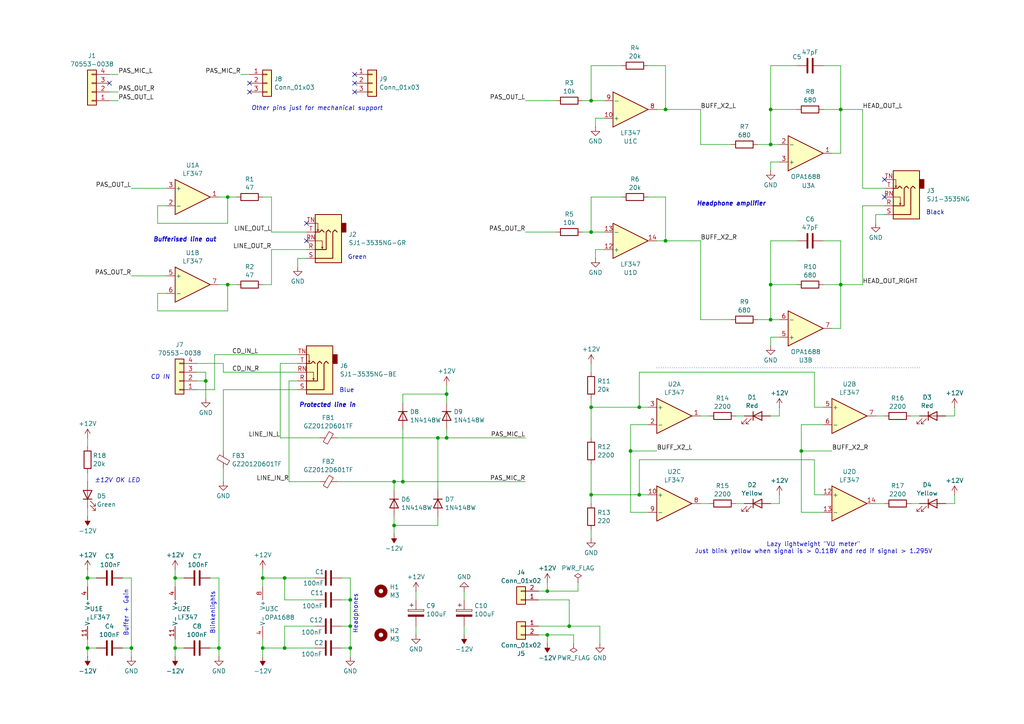
<source format=kicad_sch>
(kicad_sch (version 20231120) (generator "eeschema") (generator_version "8.0")
  (paper "A4")
  (title_block (title "NUBUSPAS16-DB") (date "2024-03-28") (rev "1.0") (company "Lostwave") (comment 1 "https://github.com/demik/oldworld") (comment 2 "https://68kmla.org/bb/index.php?threads/nubuspas16-db-a-daughterboard-hack-to-restore-some-functionality-of-a-standalone-mediavision-pas16.47076"))
  (junction (at 243.84 82.55))
  (junction (at 185.42 143.51))
  (junction (at 101.6 173.99))
  (junction (at 171.45 118.11))
  (junction (at 82.55 167.64))
  (junction (at 50.8 187.96))
  (junction (at 223.52 92.71))
  (junction (at 25.4 167.64))
  (junction (at 171.45 143.51))
  (junction (at 127 127))
  (junction (at 171.45 67.31))
  (junction (at 82.55 187.96))
  (junction (at 232.41 130.81))
  (junction (at 129.54 114.3))
  (junction (at 165.1 181.61))
  (junction (at 158.75 184.15))
  (junction (at 76.2 187.96))
  (junction (at 101.6 187.96))
  (junction (at 66.04 82.55))
  (junction (at 114.3 139.7))
  (junction (at 243.84 31.75))
  (junction (at 50.8 167.64))
  (junction (at 66.04 57.15))
  (junction (at 116.84 139.7))
  (junction (at 101.6 181.61))
  (junction (at 25.4 187.96))
  (junction (at 63.5 187.96))
  (junction (at 223.52 31.75))
  (junction (at 223.52 41.91))
  (junction (at 193.04 69.85))
  (junction (at 193.04 31.75))
  (junction (at 59.69 110.49))
  (junction (at 114.3 152.4))
  (junction (at 38.1 187.96))
  (junction (at 158.75 171.45))
  (junction (at 129.54 127))
  (junction (at 185.42 118.11))
  (junction (at 171.45 29.21))
  (junction (at 76.2 167.64))
  (junction (at 182.88 130.81))
  (junction (at 223.52 82.55))
  (no_connect (at 88.9 69.85))
  (no_connect (at 88.9 64.77))
  (no_connect (at 102.87 21.59))
  (no_connect (at 72.39 24.13))
  (no_connect (at 102.87 26.67))
  (no_connect (at 256.54 57.15))
  (no_connect (at 31.75 24.13))
  (no_connect (at 72.39 26.67))
  (no_connect (at 102.87 24.13))
  (no_connect (at 256.54 52.07))
  (wire (pts (xy 232.41 123.19) (xy 238.76 123.19)))
  (wire (pts (xy 219.71 92.71) (xy 223.52 92.71)))
  (wire (pts (xy 223.52 100.33) (xy 223.52 97.79)))
  (wire (pts (xy 171.45 143.51) (xy 185.42 143.51)))
  (wire (pts (xy 223.52 97.79) (xy 226.06 97.79)))
  (wire (pts (xy 129.54 114.3) (xy 129.54 116.84)))
  (wire (pts (xy 91.44 173.99) (xy 82.55 173.99)))
  (wire (pts (xy 82.55 173.99) (xy 82.55 167.64)))
  (wire (pts (xy 193.04 31.75) (xy 193.04 19.05)))
  (wire (pts (xy 185.42 143.51) (xy 187.96 143.51)))
  (wire (pts (xy 168.91 67.31) (xy 171.45 67.31)))
  (wire (pts (xy 38.1 190.5) (xy 38.1 187.96)))
  (wire (pts (xy 165.1 181.61) (xy 156.21 181.61)))
  (wire (pts (xy 243.84 82.55) (xy 238.76 82.55)))
  (wire (pts (xy 81.28 105.41) (xy 81.28 127)))
  (wire (pts (xy 101.6 173.99) (xy 101.6 181.61)))
  (wire (pts (xy 254 64.77) (xy 254 62.23)))
  (wire (pts (xy 50.8 187.96) (xy 53.34 187.96)))
  (wire (pts (xy 172.72 74.93) (xy 172.72 72.39)))
  (wire (pts (xy 185.42 107.95) (xy 236.22 107.95)))
  (wire (pts (xy 27.94 167.64) (xy 25.4 167.64)))
  (wire (pts (xy 101.6 181.61) (xy 101.6 187.96)))
  (wire (pts (xy 64.77 113.03) (xy 86.36 113.03)))
  (wire (pts (xy 129.54 127) (xy 152.4 127)))
  (wire (pts (xy 59.69 110.49) (xy 57.15 110.49)))
  (wire (pts (xy 83.82 110.49) (xy 83.82 139.7)))
  (wire (pts (xy 203.2 69.85) (xy 193.04 69.85)))
  (wire (pts (xy 236.22 143.51) (xy 238.76 143.51)))
  (wire (pts (xy 241.3 44.45) (xy 243.84 44.45)))
  (wire (pts (xy 158.75 184.15) (xy 156.21 184.15)))
  (wire (pts (xy 25.4 165.1) (xy 25.4 167.64)))
  (wire (pts (xy 243.84 82.55) (xy 250.19 82.55)))
  (wire (pts (xy 76.2 57.15) (xy 78.74 57.15)))
  (wire (pts (xy 31.75 26.67) (xy 34.29 26.67)))
  (wire (pts (xy 171.45 153.67) (xy 171.45 156.21)))
  (wire (pts (xy 116.84 116.84) (xy 116.84 114.3)))
  (wire (pts (xy 81.28 105.41) (xy 86.36 105.41)))
  (wire (pts (xy 76.2 167.64) (xy 82.55 167.64)))
  (wire (pts (xy 219.71 41.91) (xy 223.52 41.91)))
  (wire (pts (xy 238.76 31.75) (xy 243.84 31.75)))
  (wire (pts (xy 82.55 181.61) (xy 82.55 187.96)))
  (wire (pts (xy 64.77 105.41) (xy 64.77 107.95)))
  (wire (pts (xy 62.23 113.03) (xy 62.23 102.87)))
  (wire (pts (xy 254 146.05) (xy 256.54 146.05)))
  (wire (pts (xy 223.52 69.85) (xy 231.14 69.85)))
  (wire (pts (xy 173.99 181.61) (xy 165.1 181.61)))
  (wire (pts (xy 127 127) (xy 129.54 127)))
  (wire (pts (xy 114.3 139.7) (xy 114.3 142.24)))
  (wire (pts (xy 223.52 31.75) (xy 223.52 19.05)))
  (wire (pts (xy 171.45 29.21) (xy 171.45 19.05)))
  (wire (pts (xy 226.06 143.51) (xy 226.06 146.05)))
  (wire (pts (xy 50.8 167.64) (xy 50.8 170.18)))
  (wire (pts (xy 50.8 165.1) (xy 50.8 167.64)))
  (wire (pts (xy 193.04 19.05) (xy 187.96 19.05)))
  (wire (pts (xy 168.91 29.21) (xy 171.45 29.21)))
  (wire (pts (xy 171.45 19.05) (xy 180.34 19.05)))
  (wire (pts (xy 250.19 82.55) (xy 250.19 59.69)))
  (wire (pts (xy 193.04 69.85) (xy 190.5 69.85)))
  (wire (pts (xy 66.04 82.55) (xy 68.58 82.55)))
  (wire (pts (xy 243.84 82.55) (xy 243.84 69.85)))
  (wire (pts (xy 254 62.23) (xy 256.54 62.23)))
  (wire (pts (xy 254 120.65) (xy 256.54 120.65)))
  (wire (pts (xy 134.62 171.45) (xy 134.62 173.99)))
  (wire (pts (xy 171.45 115.57) (xy 171.45 118.11)))
  (wire (pts (xy 25.4 137.16) (xy 25.4 139.7)))
  (wire (pts (xy 120.65 171.45) (xy 120.65 173.99)))
  (wire (pts (xy 57.15 105.41) (xy 64.77 105.41)))
  (wire (pts (xy 185.42 143.51) (xy 185.42 133.35)))
  (wire (pts (xy 38.1 80.01) (xy 48.26 80.01)))
  (wire (pts (xy 62.23 102.87) (xy 86.36 102.87)))
  (wire (pts (xy 64.77 113.03) (xy 64.77 130.81)))
  (wire (pts (xy 171.45 134.62) (xy 171.45 143.51)))
  (wire (pts (xy 250.19 59.69) (xy 256.54 59.69)))
  (wire (pts (xy 187.96 57.15) (xy 193.04 57.15)))
  (wire (pts (xy 63.5 187.96) (xy 60.96 187.96)))
  (wire (pts (xy 158.75 186.69) (xy 158.75 184.15)))
  (wire (pts (xy 173.99 186.69) (xy 173.99 181.61)))
  (wire (pts (xy 45.72 85.09) (xy 45.72 90.17)))
  (wire (pts (xy 99.06 173.99) (xy 101.6 173.99)))
  (wire (pts (xy 203.2 31.75) (xy 193.04 31.75)))
  (wire (pts (xy 223.52 41.91) (xy 223.52 31.75)))
  (wire (pts (xy 114.3 139.7) (xy 116.84 139.7)))
  (wire (pts (xy 166.37 186.69) (xy 166.37 184.15)))
  (wire (pts (xy 250.19 54.61) (xy 250.19 31.75)))
  (wire (pts (xy 172.72 34.29) (xy 175.26 34.29)))
  (wire (pts (xy 31.75 21.59) (xy 34.29 21.59)))
  (wire (pts (xy 223.52 49.53) (xy 223.52 46.99)))
  (wire (pts (xy 203.2 120.65) (xy 205.74 120.65)))
  (wire (pts (xy 182.88 123.19) (xy 187.96 123.19)))
  (wire (pts (xy 127 127) (xy 127 142.24)))
  (wire (pts (xy 226.06 118.11) (xy 226.06 120.65)))
  (wire (pts (xy 171.45 118.11) (xy 185.42 118.11)))
  (wire (pts (xy 76.2 167.64) (xy 76.2 170.18)))
  (wire (pts (xy 63.5 167.64) (xy 63.5 187.96)))
  (wire (pts (xy 185.42 133.35) (xy 236.22 133.35)))
  (wire (pts (xy 156.21 173.99) (xy 165.1 173.99)))
  (wire (pts (xy 48.26 59.69) (xy 45.72 59.69)))
  (wire (pts (xy 172.72 36.83) (xy 172.72 34.29)))
  (wire (pts (xy 48.26 85.09) (xy 45.72 85.09)))
  (wire (pts (xy 158.75 171.45) (xy 167.64 171.45)))
  (wire (pts (xy 99.06 187.96) (xy 101.6 187.96)))
  (wire (pts (xy 134.62 181.61) (xy 134.62 184.15)))
  (wire (pts (xy 86.36 74.93) (xy 88.9 74.93)))
  (wire (pts (xy 276.86 146.05) (xy 276.86 143.51)))
  (wire (pts (xy 236.22 133.35) (xy 236.22 143.51)))
  (wire (pts (xy 25.4 167.64) (xy 25.4 170.18)))
  (wire (pts (xy 223.52 82.55) (xy 231.14 82.55)))
  (wire (pts (xy 116.84 124.46) (xy 116.84 139.7)))
  (wire (pts (xy 76.2 165.1) (xy 76.2 167.64)))
  (wire (pts (xy 182.88 148.59) (xy 182.88 130.81)))
  (wire (pts (xy 226.06 146.05) (xy 223.52 146.05)))
  (wire (pts (xy 50.8 185.42) (xy 50.8 187.96)))
  (wire (pts (xy 116.84 114.3) (xy 129.54 114.3)))
  (wire (pts (xy 101.6 167.64) (xy 101.6 173.99)))
  (wire (pts (xy 116.84 139.7) (xy 152.4 139.7)))
  (wire (pts (xy 50.8 167.64) (xy 53.34 167.64)))
  (wire (pts (xy 83.82 139.7) (xy 92.71 139.7)))
  (wire (pts (xy 203.2 41.91) (xy 203.2 31.75)))
  (wire (pts (xy 38.1 167.64) (xy 38.1 187.96)))
  (wire (pts (xy 129.54 111.76) (xy 129.54 114.3)))
  (wire (pts (xy 223.52 41.91) (xy 226.06 41.91)))
  (wire (pts (xy 101.6 190.5) (xy 101.6 187.96)))
  (polyline (pts (xy 190.5 106.68) (xy 266.7 106.68)) (stroke (width 0) (type dot)))
  (wire (pts (xy 276.86 120.65) (xy 276.86 118.11)))
  (wire (pts (xy 25.4 185.42) (xy 25.4 187.96)))
  (wire (pts (xy 59.69 107.95) (xy 59.69 110.49)))
  (wire (pts (xy 223.52 92.71) (xy 226.06 92.71)))
  (wire (pts (xy 274.32 120.65) (xy 276.86 120.65)))
  (wire (pts (xy 99.06 181.61) (xy 101.6 181.61)))
  (wire (pts (xy 250.19 31.75) (xy 243.84 31.75)))
  (wire (pts (xy 264.16 120.65) (xy 266.7 120.65)))
  (wire (pts (xy 45.72 64.77) (xy 66.04 64.77)))
  (wire (pts (xy 182.88 130.81) (xy 190.5 130.81)))
  (wire (pts (xy 114.3 152.4) (xy 127 152.4)))
  (wire (pts (xy 158.75 168.91) (xy 158.75 171.45)))
  (wire (pts (xy 243.84 69.85) (xy 238.76 69.85)))
  (wire (pts (xy 243.84 31.75) (xy 243.84 19.05)))
  (wire (pts (xy 223.52 46.99) (xy 226.06 46.99)))
  (wire (pts (xy 25.4 147.32) (xy 25.4 149.86)))
  (wire (pts (xy 152.4 29.21) (xy 161.29 29.21)))
  (wire (pts (xy 83.82 110.49) (xy 86.36 110.49)))
  (wire (pts (xy 171.45 57.15) (xy 180.34 57.15)))
  (wire (pts (xy 114.3 149.86) (xy 114.3 152.4)))
  (wire (pts (xy 38.1 167.64) (xy 35.56 167.64)))
  (wire (pts (xy 25.4 127) (xy 25.4 129.54)))
  (wire (pts (xy 91.44 181.61) (xy 82.55 181.61)))
  (wire (pts (xy 76.2 185.42) (xy 76.2 187.96)))
  (wire (pts (xy 171.45 118.11) (xy 171.45 127)))
  (wire (pts (xy 232.41 130.81) (xy 232.41 123.19)))
  (wire (pts (xy 152.4 67.31) (xy 161.29 67.31)))
  (wire (pts (xy 243.84 44.45) (xy 243.84 31.75)))
  (wire (pts (xy 45.72 59.69) (xy 45.72 64.77)))
  (wire (pts (xy 236.22 107.95) (xy 236.22 118.11)))
  (wire (pts (xy 171.45 67.31) (xy 171.45 57.15)))
  (wire (pts (xy 274.32 146.05) (xy 276.86 146.05)))
  (wire (pts (xy 203.2 146.05) (xy 205.74 146.05)))
  (wire (pts (xy 59.69 115.57) (xy 59.69 110.49)))
  (wire (pts (xy 64.77 107.95) (xy 86.36 107.95)))
  (wire (pts (xy 238.76 148.59) (xy 232.41 148.59)))
  (wire (pts (xy 25.4 187.96) (xy 25.4 190.5)))
  (wire (pts (xy 97.79 139.7) (xy 114.3 139.7)))
  (wire (pts (xy 81.28 127) (xy 92.71 127)))
  (wire (pts (xy 243.84 95.25) (xy 243.84 82.55)))
  (wire (pts (xy 232.41 130.81) (xy 241.3 130.81)))
  (wire (pts (xy 82.55 167.64) (xy 91.44 167.64)))
  (wire (pts (xy 223.52 31.75) (xy 231.14 31.75)))
  (wire (pts (xy 213.36 146.05) (xy 215.9 146.05)))
  (wire (pts (xy 185.42 118.11) (xy 185.42 107.95)))
  (wire (pts (xy 76.2 82.55) (xy 78.74 82.55)))
  (wire (pts (xy 226.06 120.65) (xy 223.52 120.65)))
  (wire (pts (xy 45.72 90.17) (xy 66.04 90.17)))
  (wire (pts (xy 120.65 181.61) (xy 120.65 184.15)))
  (wire (pts (xy 66.04 57.15) (xy 68.58 57.15)))
  (wire (pts (xy 190.5 31.75) (xy 193.04 31.75)))
  (wire (pts (xy 236.22 118.11) (xy 238.76 118.11)))
  (wire (pts (xy 63.5 190.5) (xy 63.5 187.96)))
  (wire (pts (xy 76.2 187.96) (xy 76.2 190.5)))
  (wire (pts (xy 171.45 143.51) (xy 171.45 146.05)))
  (wire (pts (xy 182.88 130.81) (xy 182.88 123.19)))
  (wire (pts (xy 193.04 57.15) (xy 193.04 69.85)))
  (wire (pts (xy 166.37 184.15) (xy 158.75 184.15)))
  (wire (pts (xy 66.04 57.15) (xy 63.5 57.15)))
  (wire (pts (xy 203.2 92.71) (xy 203.2 69.85)))
  (wire (pts (xy 127 152.4) (xy 127 149.86)))
  (wire (pts (xy 78.74 72.39) (xy 88.9 72.39)))
  (wire (pts (xy 57.15 107.95) (xy 59.69 107.95)))
  (wire (pts (xy 129.54 124.46) (xy 129.54 127)))
  (wire (pts (xy 243.84 19.05) (xy 238.76 19.05)))
  (wire (pts (xy 172.72 72.39) (xy 175.26 72.39)))
  (wire (pts (xy 213.36 120.65) (xy 215.9 120.65)))
  (wire (pts (xy 38.1 54.61) (xy 48.26 54.61)))
  (wire (pts (xy 31.75 29.21) (xy 34.29 29.21)))
  (wire (pts (xy 223.52 19.05) (xy 231.14 19.05)))
  (wire (pts (xy 78.74 67.31) (xy 88.9 67.31)))
  (wire (pts (xy 38.1 187.96) (xy 35.56 187.96)))
  (wire (pts (xy 223.52 82.55) (xy 223.52 69.85)))
  (wire (pts (xy 223.52 92.71) (xy 223.52 82.55)))
  (wire (pts (xy 63.5 167.64) (xy 60.96 167.64)))
  (wire (pts (xy 171.45 29.21) (xy 175.26 29.21)))
  (wire (pts (xy 156.21 171.45) (xy 158.75 171.45)))
  (wire (pts (xy 97.79 127) (xy 127 127)))
  (wire (pts (xy 256.54 54.61) (xy 250.19 54.61)))
  (wire (pts (xy 212.09 41.91) (xy 203.2 41.91)))
  (wire (pts (xy 27.94 187.96) (xy 25.4 187.96)))
  (wire (pts (xy 165.1 173.99) (xy 165.1 181.61)))
  (wire (pts (xy 264.16 146.05) (xy 266.7 146.05)))
  (wire (pts (xy 69.85 21.59) (xy 72.39 21.59)))
  (wire (pts (xy 82.55 187.96) (xy 76.2 187.96)))
  (wire (pts (xy 64.77 135.89) (xy 64.77 139.7)))
  (wire (pts (xy 57.15 113.03) (xy 62.23 113.03)))
  (wire (pts (xy 241.3 95.25) (xy 243.84 95.25)))
  (wire (pts (xy 99.06 167.64) (xy 101.6 167.64)))
  (wire (pts (xy 171.45 105.41) (xy 171.45 107.95)))
  (wire (pts (xy 232.41 148.59) (xy 232.41 130.81)))
  (wire (pts (xy 167.64 171.45) (xy 167.64 168.91)))
  (wire (pts (xy 66.04 64.77) (xy 66.04 57.15)))
  (wire (pts (xy 78.74 82.55) (xy 78.74 72.39)))
  (wire (pts (xy 212.09 92.71) (xy 203.2 92.71)))
  (wire (pts (xy 78.74 57.15) (xy 78.74 67.31)))
  (wire (pts (xy 185.42 118.11) (xy 187.96 118.11)))
  (wire (pts (xy 86.36 77.47) (xy 86.36 74.93)))
  (wire (pts (xy 187.96 148.59) (xy 182.88 148.59)))
  (wire (pts (xy 114.3 152.4) (xy 114.3 154.94)))
  (wire (pts (xy 91.44 187.96) (xy 82.55 187.96)))
  (wire (pts (xy 66.04 90.17) (xy 66.04 82.55)))
  (wire (pts (xy 50.8 187.96) (xy 50.8 190.5)))
  (wire (pts (xy 63.5 82.55) (xy 66.04 82.55)))
  (wire (pts (xy 171.45 67.31) (xy 175.26 67.31)))
  (text "±12V OK LED" (at 34.036 139.446 0) (effects (font (size 1.27 1.27) (italic yes))))
  (text "Black" (at 271.272 61.722 0) (effects (font (size 1.27 1.27))))
  (text "Bufferised line out" (at 53.594 69.596 0) (effects (font (size 1.27 1.27) (thickness 0.254) (bold yes) (italic yes))))
  (text "Other pins just for mechanical support" (at 91.948 31.496 0) (effects (font (size 1.27 1.27) (italic yes))))
  (text "Headphones" (at 103.124 178.054 90) (effects (font (size 1.27 1.27))))
  (text "Lazy lightweight \"VU meter\"\nJust blink yellow when signal is > 0.118V and red if signal > 1.295V" (at 235.966 159.004 0) (effects (font (size 1.27 1.27))))
  (text "Headphone amplifier" (at 212.09 59.182 0) (effects (font (size 1.27 1.27) (thickness 0.254) (bold yes) (italic yes))))
  (text "CD IN" (at 46.482 109.474 0) (effects (font (size 1.27 1.27) (italic yes))))
  (text "Protected line in" (at 94.996 117.602 0) (effects (font (size 1.27 1.27) (thickness 0.254) (bold yes) (italic yes))))
  (text "Green" (at 103.632 74.676 0) (effects (font (size 1.27 1.27))))
  (text "Blinkenlights" (at 61.722 177.8 90) (effects (font (size 1.27 1.27))))
  (text "Blue" (at 100.584 113.284 0) (effects (font (size 1.27 1.27))))
  (text "Buffer + Gain" (at 36.576 177.8 90) (effects (font (size 1.27 1.27))))
  (label "BUFF_X2_L" (at 190.5 130.81 0))
  (label "PAS_MIC_R" (at 69.85 21.59 180))
  (label "PAS_OUT_L" (at 152.4 29.21 180))
  (label "CD_IN_R" (at 67.31 107.95 0))
  (label "PAS_OUT_L" (at 38.1 54.61 180))
  (label "PAS_MIC_L" (at 152.4 127 180))
  (label "LINE_IN_L" (at 81.28 127 180))
  (label "PAS_OUT_L" (at 34.29 29.21 0))
  (label "BUFF_X2_L" (at 203.2 31.75 0))
  (label "LINE_OUT_R" (at 78.74 72.39 180))
  (label "LINE_OUT_L" (at 78.74 67.31 180))
  (label "CD_IN_L" (at 67.31 102.87 0))
  (label "LINE_IN_R" (at 83.82 139.7 180))
  (label "PAS_OUT_R" (at 34.29 26.67 0))
  (label "PAS_MIC_R" (at 152.4 139.7 180))
  (label "PAS_OUT_R" (at 152.4 67.31 180))
  (label "PAS_MIC_L" (at 34.29 21.59 0))
  (label "HEAD_OUT_L" (at 250.19 31.75 0))
  (label "BUFF_X2_R" (at 203.2 69.85 0))
  (label "PAS_OUT_R" (at 38.1 80.01 180))
  (label "HEAD_OUT_RIGHT" (at 250.19 82.55 0))
  (label "BUFF_X2_R" (at 241.3 130.81 0))
  (symbol (lib_id "power:+12V") (at 25.4 165.1 0) (unit 1)
    (property "Reference" "#PWR09" (effects (hide yes)))
    (property "Value" "+12V" (at 25.4 160.9669 0))
    (property "Description" "Power symbol creates a global label with name \"+12V\"" (effects (hide yes)))
  )
  (symbol (lib_id "Device:R") (at 72.39 57.15 90) (unit 1)
    (property "Reference" "R1" (at 72.39 51.9895 90))
    (property "Value" "47" (at 72.39 54.4138 90))
    (property "Footprint" "Resistor_SMD:R_0805_2012Metric" (effects (hide yes)))
    (property "Description" "Resistor" (effects (hide yes)))
    (property "LCSC Part #" "C17714" (effects (hide yes)))
    (property "Package" "0805" (effects (hide yes)))
  )
  (symbol (lib_id "power:-12V") (at 114.3 154.94 180) (unit 1)
    (property "Reference" "#PWR033" (effects (hide yes)))
    (property "Value" "-12V" (at 114.3 159.0731 0))
    (property "Description" "Power symbol creates a global label with name \"-12V\"" (effects (hide yes)))
  )
  (symbol (lib_id "Amplifier_Operational:TL074") (at 246.38 120.65 0) (unit 2)
    (property "Reference" "U2" (at 246.38 111.4255 0))
    (property "Value" "LF347" (at 246.38 113.8498 0))
    (property "Footprint" "Package_SO:SOIC-14_3.9x8.7mm_P1.27mm" (effects (hide yes)))
    (property "Datasheet" "http://www.ti.com/lit/ds/symlink/tl071.pdf" (effects (hide yes)))
    (property "Description" "Quad Low-Noise JFET-Input Operational Amplifiers, DIP-14/SOIC-14" (effects (hide yes)))
    (property "LCSC Part #" "C283322" (effects (hide yes)))
    (property "Package" "SOIC-14" (effects (hide yes)))
  )
  (symbol (lib_id "Mechanical:MountingHole") (at 110.49 184.15 0) (unit 1)
    (property "Reference" "H2" (at 113.03 182.9378 0) (effects (justify left)))
    (property "Value" "M3" (at 113.03 185.3621 0) (effects (justify left)))
    (property "Footprint" "MountingHole:MountingHole_3.2mm_M3" (effects (hide yes)))
    (property "Description" "Mounting Hole without connection" (effects (hide yes)))
  )
  (symbol (lib_id "power:GND") (at 171.45 156.21 0) (unit 1)
    (property "Reference" "#PWR013" (effects (hide yes)))
    (property "Value" "GND" (at 171.45 160.3431 0))
    (property "Description" "Power symbol creates a global label with name \"GND\" , ground" (effects (hide yes)))
  )
  (symbol (lib_id "power:+12V") (at 120.65 171.45 0) (unit 1)
    (property "Reference" "#PWR025" (effects (hide yes)))
    (property "Value" "+12V" (at 120.65 167.3169 0))
    (property "Description" "Power symbol creates a global label with name \"+12V\"" (effects (hide yes)))
  )
  (symbol (lib_id "Device:C_Polarized") (at 134.62 177.8 0) (unit 1)
    (property "Reference" "C10" (at 137.541 175.6988 0) (effects (justify left)))
    (property "Value" "100uF" (at 137.541 178.1231 0) (effects (justify left)))
    (property "Footprint" "Capacitor_THT:CP_Axial_L11.0mm_D8.0mm_P15.00mm_Horizontal" (effects (hide yes)))
    (property "Description" "Polarized capacitor" (effects (hide yes)))
  )
  (symbol (lib_id "power:-12V") (at 76.2 190.5 180) (unit 1)
    (property "Reference" "#PWR05" (effects (hide yes)))
    (property "Value" "-12V" (at 76.2 194.6331 0))
    (property "Description" "Power symbol creates a global label with name \"-12V\"" (effects (hide yes)))
  )
  (symbol (lib_id "Device:R") (at 234.95 82.55 90) (unit 1)
    (property "Reference" "R10" (at 234.95 77.3895 90))
    (property "Value" "680" (at 234.95 79.8138 90))
    (property "Footprint" "Resistor_SMD:R_0805_2012Metric" (effects (hide yes)))
    (property "Description" "Resistor" (effects (hide yes)))
    (property "LCSC Part #" "C17798" (effects (hide yes)))
    (property "Package" "0805" (effects (hide yes)))
  )
  (symbol (lib_id "Diode:1N4148W") (at 129.54 120.65 270) (unit 1)
    (property "Reference" "D9" (at 131.572 119.4378 90) (effects (justify left)))
    (property "Value" "1N4148W" (at 131.572 121.8621 90) (effects (justify left)))
    (property "Footprint" "Diode_SMD:D_SOD-123" (effects (hide yes)))
    (property "Datasheet" "https://www.vishay.com/docs/85748/1n4148w.pdf" (effects (hide yes)))
    (property "Description" "75V 0.15A Fast Switching Diode, SOD-123" (effects (hide yes)))
    (property "Sim.Device" "D" (effects (hide yes)))
    (property "Sim.Pins" "1=K 2=A" (effects (hide yes)))
    (property "LCSC Part #" "C81598" (effects (hide yes)))
    (property "Package" "SOD-123" (effects (hide yes)))
  )
  (symbol (lib_id "power:+12V") (at 25.4 127 0) (unit 1)
    (property "Reference" "#PWR028" (effects (hide yes)))
    (property "Value" "+12V" (at 25.4 122.8669 0))
    (property "Description" "Power symbol creates a global label with name \"+12V\"" (effects (hide yes)))
  )
  (symbol (lib_id "Amplifier_Operational:TL074") (at 182.88 69.85 0) (mirror x) (unit 4)
    (property "Reference" "U1" (at 182.88 79.0745 0))
    (property "Value" "LF347" (at 182.88 76.6502 0))
    (property "Footprint" "Package_SO:SOIC-14_3.9x8.7mm_P1.27mm" (effects (hide yes)))
    (property "Datasheet" "http://www.ti.com/lit/ds/symlink/tl071.pdf" (effects (hide yes)))
    (property "Description" "Quad Low-Noise JFET-Input Operational Amplifiers, DIP-14/SOIC-14" (effects (hide yes)))
    (property "LCSC Part #" "C283322" (effects (hide yes)))
    (property "Package" "SOIC-14" (effects (hide yes)))
  )
  (symbol (lib_id "Connector_Audio:AudioJack3_SwitchTR") (at 93.98 72.39 180) (unit 1)
    (property "Reference" "J2" (at 101.092 68.0028 0) (effects (justify right)))
    (property "Value" "SJ1-3535NG-GR" (at 101.092 70.4271 0) (effects (justify right)))
    (property "Footprint" "Connector_Audio:Jack_3.5mm_CUI_SJ1-3535NG_Horizontal" (effects (hide yes)))
    (property "Description" "Audio Jack, 3 Poles (Stereo / TRS), Switched TR Poles (Normalling)" (effects (hide yes)))
    (property "LCSC Part #" "C4992036" (effects (hide yes)))
    (property "Package" "-" (effects (hide yes)))
  )
  (symbol (lib_id "power:+12V") (at 129.54 111.76 0) (unit 1)
    (property "Reference" "#PWR034" (effects (hide yes)))
    (property "Value" "+12V" (at 129.54 107.6269 0))
    (property "Description" "Power symbol creates a global label with name \"+12V\"" (effects (hide yes)))
  )
  (symbol (lib_id "Connector_Generic:Conn_01x02") (at 151.13 173.99 180) (unit 1)
    (property "Reference" "J4" (at 151.13 166.0355 0))
    (property "Value" "Conn_01x02" (at 151.13 168.4598 0))
    (property "Footprint" "Connector_PinHeader_2.54mm:PinHeader_1x02_P2.54mm_Vertical" (effects (hide yes)))
    (property "Description" "Generic connector, single row, 01x02, script generated (kicad-library-utils/schlib/autogen/connector/)" (effects (hide yes)))
  )
  (symbol (lib_id "Device:LED") (at 270.51 146.05 0) (unit 1)
    (property "Reference" "D4" (at 268.9225 140.6355 0))
    (property "Value" "Yellow" (at 268.9225 143.0598 0))
    (property "Footprint" "LED_SMD:LED_0805_2012Metric" (effects (hide yes)))
    (property "Description" "Light emitting diode" (effects (hide yes)))
    (property "LCSC Part #" "C2296" (effects (hide yes)))
    (property "Package" "0805" (effects (hide yes)))
  )
  (symbol (lib_id "Amplifier_Operational:TL074") (at 195.58 120.65 0) (unit 1)
    (property "Reference" "U2" (at 195.58 111.4255 0))
    (property "Value" "LF347" (at 195.58 113.8498 0))
    (property "Footprint" "Package_SO:SOIC-14_3.9x8.7mm_P1.27mm" (effects (hide yes)))
    (property "Datasheet" "http://www.ti.com/lit/ds/symlink/tl071.pdf" (effects (hide yes)))
    (property "Description" "Quad Low-Noise JFET-Input Operational Amplifiers, DIP-14/SOIC-14" (effects (hide yes)))
    (property "LCSC Part #" "C283322" (effects (hide yes)))
    (property "Package" "SOIC-14" (effects (hide yes)))
  )
  (symbol (lib_id "Device:C") (at 31.75 167.64 90) (unit 1)
    (property "Reference" "C3" (at 31.75 161.3365 90))
    (property "Value" "100nF" (at 32.004 163.83 90))
    (property "Footprint" "Capacitor_SMD:C_0805_2012Metric" (effects (hide yes)))
    (property "Description" "Unpolarized capacitor" (effects (hide yes)))
    (property "LCSC Part #" "C49678" (effects (hide yes)))
    (property "Package" "0805" (effects (hide yes)))
  )
  (symbol (lib_id "Device:R") (at 184.15 57.15 90) (unit 1)
    (property "Reference" "R6" (at 184.15 51.9895 90))
    (property "Value" "20k" (at 184.15 54.4138 90))
    (property "Footprint" "Resistor_SMD:R_0805_2012Metric" (effects (hide yes)))
    (property "Description" "Resistor" (effects (hide yes)))
    (property "LCSC Part #" "C4328" (effects (hide yes)))
    (property "Package" "0805" (effects (hide yes)))
  )
  (symbol (lib_id "Device:C") (at 234.95 19.05 90) (unit 1)
    (property "Reference" "C5" (at 231.14 16.51 90))
    (property "Value" "47pF" (at 234.95 15.1708 90))
    (property "Footprint" "Capacitor_SMD:C_0805_2012Metric" (effects (hide yes)))
    (property "Description" "Unpolarized capacitor" (effects (hide yes)))
    (property "LCSC Part #" "C14857" (effects (hide yes)))
    (property "Package" "0805" (effects (hide yes)))
  )
  (symbol (lib_id "power:-12V") (at 25.4 190.5 180) (unit 1)
    (property "Reference" "#PWR02" (effects (hide yes)))
    (property "Value" "-12V" (at 25.4 194.6331 0))
    (property "Description" "Power symbol creates a global label with name \"-12V\"" (effects (hide yes)))
  )
  (symbol (lib_id "power:+12V") (at 171.45 105.41 0) (unit 1)
    (property "Reference" "#PWR012" (effects (hide yes)))
    (property "Value" "+12V" (at 171.45 101.2769 0))
    (property "Description" "Power symbol creates a global label with name \"+12V\"" (effects (hide yes)))
  )
  (symbol (lib_id "power:GND") (at 134.62 171.45 180) (unit 1)
    (property "Reference" "#PWR026" (effects (hide yes)))
    (property "Value" "GND" (at 134.62 167.3169 0))
    (property "Description" "Power symbol creates a global label with name \"GND\" , ground" (effects (hide yes)))
  )
  (symbol (lib_id "Device:C") (at 95.25 181.61 90) (unit 1)
    (property "Reference" "C12" (at 91.694 179.832 90))
    (property "Value" "100nF" (at 90.424 183.388 90))
    (property "Footprint" "Capacitor_SMD:C_0805_2012Metric" (effects (hide yes)))
    (property "Description" "Unpolarized capacitor" (effects (hide yes)))
    (property "LCSC Part #" "C49678" (effects (hide yes)))
    (property "Package" "0805" (effects (hide yes)))
  )
  (symbol (lib_id "power:+12V") (at 158.75 168.91 0) (unit 1)
    (property "Reference" "#PWR021" (effects (hide yes)))
    (property "Value" "+12V" (at 158.75 164.7769 0))
    (property "Description" "Power symbol creates a global label with name \"+12V\"" (effects (hide yes)))
  )
  (symbol (lib_id "Amplifier_Operational:TL074") (at 53.34 177.8 0) (unit 5)
    (property "Reference" "U2" (at 51.435 176.5878 0) (effects (justify left)))
    (property "Value" "LF347" (at 51.435 179.0121 0) (effects (justify left)))
    (property "Footprint" "Package_SO:SOIC-14_3.9x8.7mm_P1.27mm" (effects (hide yes)))
    (property "Datasheet" "http://www.ti.com/lit/ds/symlink/tl071.pdf" (effects (hide yes)))
    (property "Description" "Quad Low-Noise JFET-Input Operational Amplifiers, DIP-14/SOIC-14" (effects (hide yes)))
    (property "LCSC Part #" "C283322" (effects (hide yes)))
    (property "Package" "SOIC-14" (effects (hide yes)))
  )
  (symbol (lib_id "power:PWR_FLAG") (at 166.37 186.69 180) (unit 1)
    (property "Reference" "#FLG02" (effects (hide yes)))
    (property "Value" "PWR_FLAG" (at 166.37 190.8231 0))
    (property "Description" "Special symbol for telling ERC where power comes from" (effects (hide yes)))
  )
  (symbol (lib_id "power:GND") (at 101.6 190.5 0) (unit 1)
    (property "Reference" "#PWR06" (effects (hide yes)))
    (property "Value" "GND" (at 101.6 194.6331 0))
    (property "Description" "Power symbol creates a global label with name \"GND\" , ground" (effects (hide yes)))
  )
  (symbol (lib_id "Connector_Generic:Conn_01x03") (at 77.47 24.13 0) (unit 1)
    (property "Reference" "J8" (at 79.502 22.9178 0) (effects (justify left)))
    (property "Value" "Conn_01x03" (at 79.502 25.3421 0) (effects (justify left)))
    (property "Footprint" "Connector_PinHeader_2.54mm:PinHeader_1x03_P2.54mm_Vertical" (effects (hide yes)))
    (property "Description" "Generic connector, single row, 01x03, script generated (kicad-library-utils/schlib/autogen/connector/)" (effects (hide yes)))
  )
  (symbol (lib_id "power:GND") (at 223.52 100.33 0) (unit 1)
    (property "Reference" "#PWR011" (effects (hide yes)))
    (property "Value" "GND" (at 223.52 104.4631 0))
    (property "Description" "Power symbol creates a global label with name \"GND\" , ground" (effects (hide yes)))
  )
  (symbol (lib_id "power:GND") (at 63.5 190.5 0) (unit 1)
    (property "Reference" "#PWR018" (effects (hide yes)))
    (property "Value" "GND" (at 63.5 194.6331 0))
    (property "Description" "Power symbol creates a global label with name \"GND\" , ground" (effects (hide yes)))
  )
  (symbol (lib_id "Connector_Generic:Conn_01x02") (at 151.13 181.61 0) (mirror y) (unit 1)
    (property "Reference" "J5" (at 151.13 189.5645 0))
    (property "Value" "Conn_01x02" (at 151.13 187.1402 0))
    (property "Footprint" "Connector_PinHeader_2.54mm:PinHeader_1x02_P2.54mm_Vertical" (effects (hide yes)))
    (property "Description" "Generic connector, single row, 01x02, script generated (kicad-library-utils/schlib/autogen/connector/)" (effects (hide yes)))
  )
  (symbol (lib_id "power:-12V") (at 25.4 149.86 180) (unit 1)
    (property "Reference" "#PWR029" (effects (hide yes)))
    (property "Value" "-12V" (at 25.4 153.9931 0))
    (property "Description" "Power symbol creates a global label with name \"-12V\"" (effects (hide yes)))
  )
  (symbol (lib_id "power:+12V") (at 226.06 143.51 0) (unit 1)
    (property "Reference" "#PWR016" (effects (hide yes)))
    (property "Value" "+12V" (at 226.06 139.3769 0))
    (property "Description" "Power symbol creates a global label with name \"+12V\"" (effects (hide yes)))
  )
  (symbol (lib_id "Device:R") (at 171.45 149.86 0) (unit 1)
    (property "Reference" "R13" (at 173.228 148.6478 0) (effects (justify left)))
    (property "Value" "220" (at 173.228 151.0721 0) (effects (justify left)))
    (property "Footprint" "Resistor_SMD:R_0805_2012Metric" (effects (hide yes)))
    (property "Description" "Resistor" (effects (hide yes)))
    (property "LCSC Part #" "C17557" (effects (hide yes)))
    (property "Package" "0805" (effects (hide yes)))
  )
  (symbol (lib_id "Connector_Audio:AudioJack3_SwitchTR") (at 91.44 110.49 180) (unit 1)
    (property "Reference" "J6" (at 98.552 106.1028 0) (effects (justify right)))
    (property "Value" "SJ1-3535NG-BE" (at 98.552 108.5271 0) (effects (justify right)))
    (property "Footprint" "Connector_Audio:Jack_3.5mm_CUI_SJ1-3535NG_Horizontal" (effects (hide yes)))
    (property "Description" "Audio Jack, 3 Poles (Stereo / TRS), Switched TR Poles (Normalling)" (effects (hide yes)))
    (property "Package" "-" (effects (hide yes)))
  )
  (symbol (lib_id "power:-12V") (at 134.62 184.15 180) (unit 1)
    (property "Reference" "#PWR027" (effects (hide yes)))
    (property "Value" "-12V" (at 134.62 188.2831 0))
    (property "Description" "Power symbol creates a global label with name \"-12V\"" (effects (hide yes)))
  )
  (symbol (lib_id "Amplifier_Operational:TL074") (at 55.88 57.15 0) (unit 1)
    (property "Reference" "U1" (at 55.88 47.9255 0))
    (property "Value" "LF347" (at 55.88 50.3498 0))
    (property "Footprint" "Package_SO:SOIC-14_3.9x8.7mm_P1.27mm" (effects (hide yes)))
    (property "Datasheet" "http://www.ti.com/lit/ds/symlink/tl071.pdf" (effects (hide yes)))
    (property "Description" "Quad Low-Noise JFET-Input Operational Amplifiers, DIP-14/SOIC-14" (effects (hide yes)))
    (property "LCSC Part #" "C283322" (effects (hide yes)))
    (property "Package" "SOIC-14" (effects (hide yes)))
  )
  (symbol (lib_id "power:+12V") (at 226.06 118.11 0) (unit 1)
    (property "Reference" "#PWR017" (effects (hide yes)))
    (property "Value" "+12V" (at 226.06 113.9769 0))
    (property "Description" "Power symbol creates a global label with name \"+12V\"" (effects (hide yes)))
  )
  (symbol (lib_id "Amplifier_Operational:OPA2134") (at 233.68 44.45 0) (mirror x) (unit 1)
    (property "Reference" "U3" (at 234.442 53.848 0))
    (property "Value" "OPA1688" (at 233.68 51.2502 0))
    (property "Footprint" "Package_SO:SOIC-8_3.9x4.9mm_P1.27mm" (effects (hide yes)))
    (property "Datasheet" "http://www.ti.com/lit/ds/symlink/opa134.pdf" (effects (hide yes)))
    (property "Description" "Dual SoundPlus High Performance Audio Operational Amplifiers, DIP-8/SOIC-8" (effects (hide yes)))
    (property "LCSC Part #" "C544851" (effects (hide yes)))
    (property "Package" "SOIC-8" (effects (hide yes)))
  )
  (symbol (lib_id "Amplifier_Operational:TL074") (at 182.88 31.75 0) (mirror x) (unit 3)
    (property "Reference" "U1" (at 182.88 40.9745 0))
    (property "Value" "LF347" (at 182.88 38.5502 0))
    (property "Footprint" "Package_SO:SOIC-14_3.9x8.7mm_P1.27mm" (effects (hide yes)))
    (property "Datasheet" "http://www.ti.com/lit/ds/symlink/tl071.pdf" (effects (hide yes)))
    (property "Description" "Quad Low-Noise JFET-Input Operational Amplifiers, DIP-14/SOIC-14" (effects (hide yes)))
    (property "LCSC Part #" "C283322" (effects (hide yes)))
    (property "Package" "SOIC-14" (effects (hide yes)))
  )
  (symbol (lib_id "Device:R") (at 209.55 120.65 90) (unit 1)
    (property "Reference" "R14" (at 209.55 115.4895 90))
    (property "Value" "2200" (at 209.55 117.9138 90))
    (property "Footprint" "Resistor_SMD:R_0805_2012Metric" (effects (hide yes)))
    (property "Description" "Resistor" (effects (hide yes)))
    (property "LCSC Part #" "C17520" (effects (hide yes)))
    (property "Package" "0805" (effects (hide yes)))
  )
  (symbol (lib_id "Device:R") (at 72.39 82.55 90) (unit 1)
    (property "Reference" "R2" (at 72.39 77.3895 90))
    (property "Value" "47" (at 72.39 79.8138 90))
    (property "Footprint" "Resistor_SMD:R_0805_2012Metric" (effects (hide yes)))
    (property "Description" "Resistor" (effects (hide yes)))
    (property "LCSC Part #" "C17714" (effects (hide yes)))
    (property "Package" "0805" (effects (hide yes)))
  )
  (symbol (lib_id "Device:C") (at 57.15 187.96 90) (unit 1)
    (property "Reference" "C8" (at 57.15 181.6565 90))
    (property "Value" "100nF" (at 57.15 184.0808 90))
    (property "Footprint" "Capacitor_SMD:C_0805_2012Metric" (effects (hide yes)))
    (property "Description" "Unpolarized capacitor" (effects (hide yes)))
    (property "LCSC Part #" "C49678" (effects (hide yes)))
    (property "Package" "0805" (effects (hide yes)))
  )
  (symbol (lib_id "power:-12V") (at 50.8 190.5 180) (unit 1)
    (property "Reference" "#PWR020" (effects (hide yes)))
    (property "Value" "-12V" (at 50.8 194.6331 0))
    (property "Description" "Power symbol creates a global label with name \"-12V\"" (effects (hide yes)))
  )
  (symbol (lib_id "Connector_Audio:AudioJack3_SwitchTR") (at 261.62 59.69 180) (unit 1)
    (property "Reference" "J3" (at 268.732 55.3028 0) (effects (justify right)))
    (property "Value" "SJ1-3535NG" (at 268.732 57.7271 0) (effects (justify right)))
    (property "Footprint" "Connector_Audio:Jack_3.5mm_CUI_SJ1-3535NG_Horizontal" (effects (hide yes)))
    (property "Description" "Audio Jack, 3 Poles (Stereo / TRS), Switched TR Poles (Normalling)" (effects (hide yes)))
    (property "LCSC Part #" "C4991610" (effects (hide yes)))
    (property "Package" "-" (effects (hide yes)))
  )
  (symbol (lib_id "Device:R") (at 165.1 29.21 90) (unit 1)
    (property "Reference" "R3" (at 165.1 24.0495 90))
    (property "Value" "10k" (at 165.1 26.4738 90))
    (property "Footprint" "Resistor_SMD:R_0805_2012Metric" (effects (hide yes)))
    (property "Description" "Resistor" (effects (hide yes)))
    (property "LCSC Part #" "C17414" (effects (hide yes)))
    (property "Package" "0805" (effects (hide yes)))
  )
  (symbol (lib_id "Diode:1N4148W") (at 127 146.05 270) (unit 1)
    (property "Reference" "D7" (at 129.032 144.8378 90) (effects (justify left)))
    (property "Value" "1N4148W" (at 129.032 147.2621 90) (effects (justify left)))
    (property "Footprint" "Diode_SMD:D_SOD-123" (effects (hide yes)))
    (property "Datasheet" "https://www.vishay.com/docs/85748/1n4148w.pdf" (effects (hide yes)))
    (property "Description" "75V 0.15A Fast Switching Diode, SOD-123" (effects (hide yes)))
    (property "Sim.Device" "D" (effects (hide yes)))
    (property "Sim.Pins" "1=K 2=A" (effects (hide yes)))
    (property "LCSC Part #" "C81598" (effects (hide yes)))
    (property "Package" "SOD-123" (effects (hide yes)))
  )
  (symbol (lib_id "Connector_Generic:Conn_01x04") (at 26.67 26.67 180) (unit 1)
    (property "Reference" "J1" (at 26.67 16.1755 0))
    (property "Value" "70553-0038" (at 26.67 18.5998 0))
    (property "Footprint" "PAS16DB:0705530003" (effects (hide yes)))
    (property "Description" "Generic connector, single row, 01x04, script generated (kicad-library-utils/schlib/autogen/connector/)" (effects (hide yes)))
    (property "LCSC Part #" "C564148" (effects (hide yes)))
    (property "Package" "SMD,P=2.54mm" (effects (hide yes)))
  )
  (symbol (lib_id "Device:FerriteBead_Small") (at 64.77 133.35 180) (unit 1)
    (property "Reference" "FB3" (at 67.2338 132.1759 0) (effects (justify right)))
    (property "Value" "GZ2012D601TF" (at 67.2338 134.6002 0) (effects (justify right)))
    (property "Footprint" "Inductor_SMD:L_0805_2012Metric" (effects (hide yes)))
    (property "Description" "Ferrite bead, small symbol" (effects (hide yes)))
    (property "LCSC Part #" "C1017" (effects (hide yes)))
    (property "Package" "0805" (effects (hide yes)))
  )
  (symbol (lib_id "Device:R") (at 171.45 111.76 0) (unit 1)
    (property "Reference" "R11" (at 173.228 110.5478 0) (effects (justify left)))
    (property "Value" "20k" (at 173.228 112.9721 0) (effects (justify left)))
    (property "Footprint" "Resistor_SMD:R_0805_2012Metric" (effects (hide yes)))
    (property "Description" "Resistor" (effects (hide yes)))
    (property "LCSC Part #" "C4328" (effects (hide yes)))
    (property "Package" "0805" (effects (hide yes)))
  )
  (symbol (lib_id "Device:C") (at 31.75 187.96 90) (unit 1)
    (property "Reference" "C4" (at 31.75 181.6565 90))
    (property "Value" "100nF" (at 31.75 184.0808 90))
    (property "Footprint" "Capacitor_SMD:C_0805_2012Metric" (effects (hide yes)))
    (property "Description" "Unpolarized capacitor" (effects (hide yes)))
    (property "LCSC Part #" "C49678" (effects (hide yes)))
    (property "Package" "0805" (effects (hide yes)))
  )
  (symbol (lib_id "Device:C") (at 95.25 173.99 90) (unit 1)
    (property "Reference" "C11" (at 91.948 171.958 90))
    (property "Value" "100nF" (at 90.678 175.768 90))
    (property "Footprint" "Capacitor_SMD:C_0805_2012Metric" (effects (hide yes)))
    (property "Description" "Unpolarized capacitor" (effects (hide yes)))
    (property "LCSC Part #" "C49678" (effects (hide yes)))
    (property "Package" "0805" (effects (hide yes)))
  )
  (symbol (lib_id "Diode:1N4148W") (at 114.3 146.05 270) (unit 1)
    (property "Reference" "D6" (at 116.332 144.8378 90) (effects (justify left)))
    (property "Value" "1N4148W" (at 116.332 147.2621 90) (effects (justify left)))
    (property "Footprint" "Diode_SMD:D_SOD-123" (effects (hide yes)))
    (property "Datasheet" "https://www.vishay.com/docs/85748/1n4148w.pdf" (effects (hide yes)))
    (property "Description" "75V 0.15A Fast Switching Diode, SOD-123" (effects (hide yes)))
    (property "Sim.Device" "D" (effects (hide yes)))
    (property "Sim.Pins" "1=K 2=A" (effects (hide yes)))
    (property "LCSC Part #" "C81598" (effects (hide yes)))
    (property "Package" "SOD-123" (effects (hide yes)))
  )
  (symbol (lib_id "Device:R") (at 260.35 120.65 90) (unit 1)
    (property "Reference" "R16" (at 260.35 115.4895 90))
    (property "Value" "2200" (at 260.35 117.9138 90))
    (property "Footprint" "Resistor_SMD:R_0805_2012Metric" (effects (hide yes)))
    (property "Description" "Resistor" (effects (hide yes)))
    (property "LCSC Part #" "C17520" (effects (hide yes)))
    (property "Package" "0805" (effects (hide yes)))
  )
  (symbol (lib_id "Device:FerriteBead_Small") (at 95.25 127 90) (unit 1)
    (property "Reference" "FB1" (at 95.2119 121.1537 90))
    (property "Value" "GZ2012D601TF" (at 95.2119 123.578 90))
    (property "Footprint" "Inductor_SMD:L_0805_2012Metric" (effects (hide yes)))
    (property "Description" "Ferrite bead, small symbol" (effects (hide yes)))
    (property "LCSC Part #" "C1017" (effects (hide yes)))
    (property "Package" "0805" (effects (hide yes)))
  )
  (symbol (lib_id "power:GND") (at 38.1 190.5 0) (unit 1)
    (property "Reference" "#PWR01" (effects (hide yes)))
    (property "Value" "GND" (at 38.1 194.6331 0))
    (property "Description" "Power symbol creates a global label with name \"GND\" , ground" (effects (hide yes)))
  )
  (symbol (lib_id "Device:R") (at 234.95 31.75 90) (unit 1)
    (property "Reference" "R8" (at 234.95 26.5895 90))
    (property "Value" "680" (at 234.95 29.0138 90))
    (property "Footprint" "Resistor_SMD:R_0805_2012Metric" (effects (hide yes)))
    (property "Description" "Resistor" (effects (hide yes)))
    (property "LCSC Part #" "C17798" (effects (hide yes)))
    (property "Package" "0805" (effects (hide yes)))
  )
  (symbol (lib_id "Device:R") (at 215.9 41.91 90) (unit 1)
    (property "Reference" "R7" (at 215.9 36.7495 90))
    (property "Value" "680" (at 215.9 39.1738 90))
    (property "Footprint" "Resistor_SMD:R_0805_2012Metric" (effects (hide yes)))
    (property "Description" "Resistor" (effects (hide yes)))
    (property "LCSC Part #" "C17798" (effects (hide yes)))
    (property "Package" "0805" (effects (hide yes)))
  )
  (symbol (lib_id "power:-12V") (at 158.75 186.69 180) (unit 1)
    (property "Reference" "#PWR022" (effects (hide yes)))
    (property "Value" "-12V" (at 158.75 190.8231 0))
    (property "Description" "Power symbol creates a global label with name \"-12V\"" (effects (hide yes)))
  )
  (symbol (lib_id "power:+12V") (at 50.8 165.1 0) (unit 1)
    (property "Reference" "#PWR019" (effects (hide yes)))
    (property "Value" "+12V" (at 50.8 160.9669 0))
    (property "Description" "Power symbol creates a global label with name \"+12V\"" (effects (hide yes)))
  )
  (symbol (lib_id "Device:R") (at 165.1 67.31 90) (unit 1)
    (property "Reference" "R5" (at 165.1 62.1495 90))
    (property "Value" "10k" (at 165.1 64.5738 90))
    (property "Footprint" "Resistor_SMD:R_0805_2012Metric" (effects (hide yes)))
    (property "Description" "Resistor" (effects (hide yes)))
    (property "LCSC Part #" "C17414" (effects (hide yes)))
    (property "Package" "0805" (effects (hide yes)))
  )
  (symbol (lib_id "power:GND") (at 86.36 77.47 0) (unit 1)
    (property "Reference" "#PWR03" (effects (hide yes)))
    (property "Value" "GND" (at 86.36 81.6031 0))
    (property "Description" "Power symbol creates a global label with name \"GND\" , ground" (effects (hide yes)))
  )
  (symbol (lib_id "Mechanical:MountingHole") (at 110.49 171.45 0) (unit 1)
    (property "Reference" "H1" (at 113.03 170.2378 0) (effects (justify left)))
    (property "Value" "M3" (at 113.03 172.6621 0) (effects (justify left)))
    (property "Footprint" "MountingHole:MountingHole_3.2mm_M3" (effects (hide yes)))
    (property "Description" "Mounting Hole without connection" (effects (hide yes)))
  )
  (symbol (lib_id "power:+12V") (at 276.86 143.51 0) (unit 1)
    (property "Reference" "#PWR015" (effects (hide yes)))
    (property "Value" "+12V" (at 276.86 139.3769 0))
    (property "Description" "Power symbol creates a global label with name \"+12V\"" (effects (hide yes)))
  )
  (symbol (lib_id "power:GND") (at 173.99 186.69 0) (unit 1)
    (property "Reference" "#PWR023" (effects (hide yes)))
    (property "Value" "GND" (at 173.99 190.8231 0))
    (property "Description" "Power symbol creates a global label with name \"GND\" , ground" (effects (hide yes)))
  )
  (symbol (lib_id "Amplifier_Operational:OPA2134") (at 78.74 177.8 0) (unit 3)
    (property "Reference" "U3" (at 76.835 176.5878 0) (effects (justify left)))
    (property "Value" "OPA1688" (at 76.708 179.07 0) (effects (justify left)))
    (property "Footprint" "Package_SO:SOIC-8_3.9x4.9mm_P1.27mm" (effects (hide yes)))
    (property "Datasheet" "http://www.ti.com/lit/ds/symlink/opa134.pdf" (effects (hide yes)))
    (property "Description" "Dual SoundPlus High Performance Audio Operational Amplifiers, DIP-8/SOIC-8" (effects (hide yes)))
    (property "LCSC Part #" "C544851" (effects (hide yes)))
    (property "Package" "SOIC-8" (effects (hide yes)))
  )
  (symbol (lib_id "Amplifier_Operational:TL074") (at 27.94 177.8 0) (unit 5)
    (property "Reference" "U1" (at 26.035 176.5878 0) (effects (justify left)))
    (property "Value" "LF347" (at 26.035 179.0121 0) (effects (justify left)))
    (property "Footprint" "Package_SO:SOIC-14_3.9x8.7mm_P1.27mm" (effects (hide yes)))
    (property "Datasheet" "http://www.ti.com/lit/ds/symlink/tl071.pdf" (effects (hide yes)))
    (property "Description" "Quad Low-Noise JFET-Input Operational Amplifiers, DIP-14/SOIC-14" (effects (hide yes)))
    (property "LCSC Part #" "C283322" (effects (hide yes)))
    (property "Package" "SOIC-14" (effects (hide yes)))
  )
  (symbol (lib_id "Device:C") (at 95.25 167.64 90) (unit 1)
    (property "Reference" "C1" (at 92.71 165.862 90))
    (property "Value" "100nF" (at 90.932 169.164 90))
    (property "Footprint" "Capacitor_SMD:C_0805_2012Metric" (effects (hide yes)))
    (property "Description" "Unpolarized capacitor" (effects (hide yes)))
    (property "LCSC Part #" "C49678" (effects (hide yes)))
    (property "Package" "0805" (effects (hide yes)))
  )
  (symbol (lib_id "power:+12V") (at 76.2 165.1 0) (unit 1)
    (property "Reference" "#PWR04" (effects (hide yes)))
    (property "Value" "+12V" (at 76.2 160.9669 0))
    (property "Description" "Power symbol creates a global label with name \"+12V\"" (effects (hide yes)))
  )
  (symbol (lib_id "power:GND") (at 172.72 74.93 0) (unit 1)
    (property "Reference" "#PWR08" (effects (hide yes)))
    (property "Value" "GND" (at 172.72 79.0631 0))
    (property "Description" "Power symbol creates a global label with name \"GND\" , ground" (effects (hide yes)))
  )
  (symbol (lib_id "Connector_Generic:Conn_01x04") (at 52.07 110.49 180) (unit 1)
    (property "Reference" "J7" (at 52.07 99.9955 0))
    (property "Value" "70553-0038" (at 52.07 102.4198 0))
    (property "Footprint" "PAS16DB:0705530003" (effects (hide yes)))
    (property "Description" "Generic connector, single row, 01x04, script generated (kicad-library-utils/schlib/autogen/connector/)" (effects (hide yes)))
    (property "LCSC Part #" "C564148" (effects (hide yes)))
    (property "Package" "SMD,P=2.54mm" (effects (hide yes)))
  )
  (symbol (lib_id "Device:LED") (at 270.51 120.65 0) (unit 1)
    (property "Reference" "D3" (at 268.9225 115.2355 0))
    (property "Value" "Red" (at 268.9225 117.6598 0))
    (property "Footprint" "LED_SMD:LED_0805_2012Metric" (effects (hide yes)))
    (property "Description" "Light emitting diode" (effects (hide yes)))
    (property "LCSC Part #" "C84256" (effects (hide yes)))
    (property "Package" "0805" (effects (hide yes)))
  )
  (symbol (lib_id "Device:R") (at 184.15 19.05 90) (unit 1)
    (property "Reference" "R4" (at 184.15 13.8895 90))
    (property "Value" "20k" (at 184.15 16.3138 90))
    (property "Footprint" "Resistor_SMD:R_0805_2012Metric" (effects (hide yes)))
    (property "Description" "Resistor" (effects (hide yes)))
    (property "LCSC Part #" "C4328" (effects (hide yes)))
    (property "Package" "0805" (effects (hide yes)))
  )
  (symbol (lib_id "power:PWR_FLAG") (at 167.64 168.91 0) (unit 1)
    (property "Reference" "#FLG01" (effects (hide yes)))
    (property "Value" "PWR_FLAG" (at 167.64 164.7769 0))
    (property "Description" "Special symbol for telling ERC where power comes from" (effects (hide yes)))
  )
  (symbol (lib_id "power:GND") (at 254 64.77 0) (unit 1)
    (property "Reference" "#PWR030" (effects (hide yes)))
    (property "Value" "GND" (at 254 68.9031 0))
    (property "Description" "Power symbol creates a global label with name \"GND\" , ground" (effects (hide yes)))
  )
  (symbol (lib_id "power:GND") (at 59.69 115.57 0) (unit 1)
    (property "Reference" "#PWR031" (effects (hide yes)))
    (property "Value" "GND" (at 59.69 119.7031 0))
    (property "Description" "Power symbol creates a global label with name \"GND\" , ground" (effects (hide yes)))
  )
  (symbol (lib_id "Device:R") (at 215.9 92.71 90) (unit 1)
    (property "Reference" "R9" (at 215.9 87.5495 90))
    (property "Value" "680" (at 215.9 89.9738 90))
    (property "Footprint" "Resistor_SMD:R_0805_2012Metric" (effects (hide yes)))
    (property "Description" "Resistor" (effects (hide yes)))
    (property "LCSC Part #" "C17798" (effects (hide yes)))
    (property "Package" "0805" (effects (hide yes)))
  )
  (symbol (lib_id "Device:C") (at 57.15 167.64 90) (unit 1)
    (property "Reference" "C7" (at 57.15 161.3365 90))
    (property "Value" "100nF" (at 57.404 163.83 90))
    (property "Footprint" "Capacitor_SMD:C_0805_2012Metric" (effects (hide yes)))
    (property "Description" "Unpolarized capacitor" (effects (hide yes)))
    (property "LCSC Part #" "C49678" (effects (hide yes)))
    (property "Package" "0805" (effects (hide yes)))
  )
  (symbol (lib_id "power:GND") (at 172.72 36.83 0) (unit 1)
    (property "Reference" "#PWR07" (effects (hide yes)))
    (property "Value" "GND" (at 172.72 40.9631 0))
    (property "Description" "Power symbol creates a global label with name \"GND\" , ground" (effects (hide yes)))
  )
  (symbol (lib_id "power:GND") (at 64.77 139.7 0) (unit 1)
    (property "Reference" "#PWR032" (effects (hide yes)))
    (property "Value" "GND" (at 64.77 143.8331 0))
    (property "Description" "Power symbol creates a global label with name \"GND\" , ground" (effects (hide yes)))
  )
  (symbol (lib_id "Device:R") (at 171.45 130.81 0) (unit 1)
    (property "Reference" "R12" (at 173.228 129.5978 0) (effects (justify left)))
    (property "Value" "2200" (at 173.228 132.0221 0) (effects (justify left)))
    (property "Footprint" "Resistor_SMD:R_0805_2012Metric" (effects (hide yes)))
    (property "Description" "Resistor" (effects (hide yes)))
    (property "LCSC Part #" "C17520" (effects (hide yes)))
    (property "Package" "0805" (effects (hide yes)))
  )
  (symbol (lib_id "Amplifier_Operational:TL074") (at 246.38 146.05 0) (unit 4)
    (property "Reference" "U2" (at 246.38 136.8255 0))
    (property "Value" "LF347" (at 246.38 139.2498 0))
    (property "Footprint" "Package_SO:SOIC-14_3.9x8.7mm_P1.27mm" (effects (hide yes)))
    (property "Datasheet" "http://www.ti.com/lit/ds/symlink/tl071.pdf" (effects (hide yes)))
    (property "Description" "Quad Low-Noise JFET-Input Operational Amplifiers, DIP-14/SOIC-14" (effects (hide yes)))
    (property "LCSC Part #" "C283322" (effects (hide yes)))
    (property "Package" "SOIC-14" (effects (hide yes)))
  )
  (symbol (lib_id "Connector_Generic:Conn_01x03") (at 107.95 24.13 0) (unit 1)
    (property "Reference" "J9" (at 109.982 22.9178 0) (effects (justify left)))
    (property "Value" "Conn_01x03" (at 109.982 25.3421 0) (effects (justify left)))
    (property "Footprint" "Connector_PinHeader_2.54mm:PinHeader_1x03_P2.54mm_Vertical" (effects (hide yes)))
    (property "Description" "Generic connector, single row, 01x03, script generated (kicad-library-utils/schlib/autogen/connector/)" (effects (hide yes)))
  )
  (symbol (lib_id "Amplifier_Operational:TL074") (at 55.88 82.55 0) (unit 2)
    (property "Reference" "U1" (at 55.88 73.3255 0))
    (property "Value" "LF347" (at 55.88 75.7498 0))
    (property "Footprint" "Package_SO:SOIC-14_3.9x8.7mm_P1.27mm" (effects (hide yes)))
    (property "Datasheet" "http://www.ti.com/lit/ds/symlink/tl071.pdf" (effects (hide yes)))
    (property "Description" "Quad Low-Noise JFET-Input Operational Amplifiers, DIP-14/SOIC-14" (effects (hide yes)))
    (property "LCSC Part #" "C283322" (effects (hide yes)))
    (property "Package" "SOIC-14" (effects (hide yes)))
  )
  (symbol (lib_id "Device:R") (at 209.55 146.05 90) (unit 1)
    (property "Reference" "R15" (at 209.55 140.8895 90))
    (property "Value" "2200" (at 209.55 143.3138 90))
    (property "Footprint" "Resistor_SMD:R_0805_2012Metric" (effects (hide yes)))
    (property "Description" "Resistor" (effects (hide yes)))
    (property "LCSC Part #" "C17520" (effects (hide yes)))
    (property "Package" "0805" (effects (hide yes)))
  )
  (symbol (lib_id "Device:FerriteBead_Small") (at 95.25 139.7 90) (unit 1)
    (property "Reference" "FB2" (at 95.2119 133.8537 90))
    (property "Value" "GZ2012D601TF" (at 95.2119 136.278 90))
    (property "Footprint" "Inductor_SMD:L_0805_2012Metric" (effects (hide yes)))
    (property "Description" "Ferrite bead, small symbol" (effects (hide yes)))
    (property "LCSC Part #" "C1017" (effects (hide yes)))
    (property "Package" "0805" (effects (hide yes)))
  )
  (symbol (lib_id "Device:R") (at 25.4 133.35 0) (unit 1)
    (property "Reference" "R18" (at 26.924 132.1378 0) (effects (justify left)))
    (property "Value" "20k" (at 26.924 134.5621 0) (effects (justify left)))
    (property "Footprint" "Resistor_SMD:R_0805_2012Metric" (effects (hide yes)))
    (property "Description" "Resistor" (effects (hide yes)))
    (property "LCSC Part #" "C4328" (effects (hide yes)))
    (property "Package" "0805" (effects (hide yes)))
  )
  (symbol (lib_id "Device:R") (at 260.35 146.05 90) (unit 1)
    (property "Reference" "R17" (at 260.35 140.8895 90))
    (property "Value" "2200" (at 260.35 143.3138 90))
    (property "Footprint" "Resistor_SMD:R_0805_2012Metric" (effects (hide yes)))
    (property "Description" "Resistor" (effects (hide yes)))
    (property "LCSC Part #" "C17520" (effects (hide yes)))
    (property "Package" "0805" (effects (hide yes)))
  )
  (symbol (lib_id "Device:LED") (at 219.71 146.05 0) (unit 1)
    (property "Reference" "D2" (at 218.1225 140.6355 0))
    (property "Value" "Yellow" (at 218.1225 143.0598 0))
    (property "Footprint" "LED_SMD:LED_0805_2012Metric" (effects (hide yes)))
    (property "Description" "Light emitting diode" (effects (hide yes)))
    (property "LCSC Part #" "C2296" (effects (hide yes)))
    (property "Package" "0805" (effects (hide yes)))
  )
  (symbol (lib_id "power:GND") (at 223.52 49.53 0) (unit 1)
    (property "Reference" "#PWR010" (effects (hide yes)))
    (property "Value" "GND" (at 223.52 53.6631 0))
    (property "Description" "Power symbol creates a global label with name \"GND\" , ground" (effects (hide yes)))
  )
  (symbol (lib_id "Amplifier_Operational:TL074") (at 195.58 146.05 0) (unit 3)
    (property "Reference" "U2" (at 195.58 136.8255 0))
    (property "Value" "LF347" (at 195.58 139.2498 0))
    (property "Footprint" "Package_SO:SOIC-14_3.9x8.7mm_P1.27mm" (effects (hide yes)))
    (property "Datasheet" "http://www.ti.com/lit/ds/symlink/tl071.pdf" (effects (hide yes)))
    (property "Description" "Quad Low-Noise JFET-Input Operational Amplifiers, DIP-14/SOIC-14" (effects (hide yes)))
    (property "LCSC Part #" "C283322" (effects (hide yes)))
    (property "Package" "SOIC-14" (effects (hide yes)))
  )
  (symbol (lib_id "Amplifier_Operational:OPA2134") (at 233.68 95.25 0) (mirror x) (unit 2)
    (property "Reference" "U3" (at 233.68 104.4745 0))
    (property "Value" "OPA1688" (at 233.68 102.0502 0))
    (property "Footprint" "Package_SO:SOIC-8_3.9x4.9mm_P1.27mm" (effects (hide yes)))
    (property "Datasheet" "http://www.ti.com/lit/ds/symlink/opa134.pdf" (effects (hide yes)))
    (property "Description" "Dual SoundPlus High Performance Audio Operational Amplifiers, DIP-8/SOIC-8" (effects (hide yes)))
    (property "LCSC Part #" "C544851" (effects (hide yes)))
    (property "Package" "SOIC-8" (effects (hide yes)))
  )
  (symbol (lib_id "Device:C_Polarized") (at 120.65 177.8 0) (unit 1)
    (property "Reference" "C9" (at 123.571 175.6988 0) (effects (justify left)))
    (property "Value" "100uF" (at 123.571 178.1231 0) (effects (justify left)))
    (property "Footprint" "Capacitor_THT:CP_Axial_L11.0mm_D8.0mm_P15.00mm_Horizontal" (effects (hide yes)))
    (property "Description" "Polarized capacitor" (effects (hide yes)))
  )
  (symbol (lib_id "power:+12V") (at 276.86 118.11 0) (unit 1)
    (property "Reference" "#PWR014" (effects (hide yes)))
    (property "Value" "+12V" (at 276.86 113.9769 0))
    (property "Description" "Power symbol creates a global label with name \"+12V\"" (effects (hide yes)))
  )
  (symbol (lib_id "Device:LED") (at 219.71 120.65 0) (unit 1)
    (property "Reference" "D1" (at 218.1225 115.2355 0))
    (property "Value" "Red" (at 218.1225 117.6598 0))
    (property "Footprint" "LED_SMD:LED_0805_2012Metric" (effects (hide yes)))
    (property "Description" "Light emitting diode" (effects (hide yes)))
    (property "LCSC Part #" "C84256" (effects (hide yes)))
    (property "Package" "0805" (effects (hide yes)))
  )
  (symbol (lib_id "Diode:1N4148W") (at 116.84 120.65 270) (unit 1)
    (property "Reference" "D8" (at 118.872 119.4378 90) (effects (justify left)))
    (property "Value" "1N4148W" (at 118.872 121.8621 90) (effects (justify left)))
    (property "Footprint" "Diode_SMD:D_SOD-123" (effects (hide yes)))
    (property "Datasheet" "https://www.vishay.com/docs/85748/1n4148w.pdf" (effects (hide yes)))
    (property "Description" "75V 0.15A Fast Switching Diode, SOD-123" (effects (hide yes)))
    (property "Sim.Device" "D" (effects (hide yes)))
    (property "Sim.Pins" "1=K 2=A" (effects (hide yes)))
    (property "LCSC Part #" "C81598" (effects (hide yes)))
    (property "Package" "SOD-123" (effects (hide yes)))
  )
  (symbol (lib_id "Device:LED") (at 25.4 143.51 90) (unit 1)
    (property "Reference" "D5" (at 28.067 143.8853 90) (effects (justify right)))
    (property "Value" "Green" (at 28.067 146.3096 90) (effects (justify right)))
    (property "Footprint" "LED_SMD:LED_0805_2012Metric" (effects (hide yes)))
    (property "Description" "Light emitting diode" (effects (hide yes)))
    (property "LCSC Part #" "C2297" (effects (hide yes)))
    (property "Package" "0805" (effects (hide yes)))
  )
  (symbol (lib_id "Device:C") (at 234.95 69.85 90) (unit 1)
    (property "Reference" "C6" (at 234.95 63.5465 90))
    (property "Value" "47pF" (at 234.95 65.9708 90))
    (property "Footprint" "Capacitor_SMD:C_0805_2012Metric" (effects (hide yes)))
    (property "Description" "Unpolarized capacitor" (effects (hide yes)))
    (property "LCSC Part #" "C14857" (effects (hide yes)))
    (property "Package" "0805" (effects (hide yes)))
  )
  (symbol (lib_id "power:GND") (at 120.65 184.15 0) (unit 1)
    (property "Reference" "#PWR024" (effects (hide yes)))
    (property "Value" "GND" (at 120.65 188.2831 0))
    (property "Description" "Power symbol creates a global label with name \"GND\" , ground" (effects (hide yes)))
  )
  (symbol (lib_id "Device:C") (at 95.25 187.96 90) (unit 1)
    (property "Reference" "C2" (at 92.456 186.436 90))
    (property "Value" "100nF" (at 90.424 189.738 90))
    (property "Footprint" "Capacitor_SMD:C_0805_2012Metric" (effects (hide yes)))
    (property "Description" "Unpolarized capacitor" (effects (hide yes)))
    (property "LCSC Part #" "C49678" (effects (hide yes)))
    (property "Package" "0805" (effects (hide yes)))
  )
)
</source>
